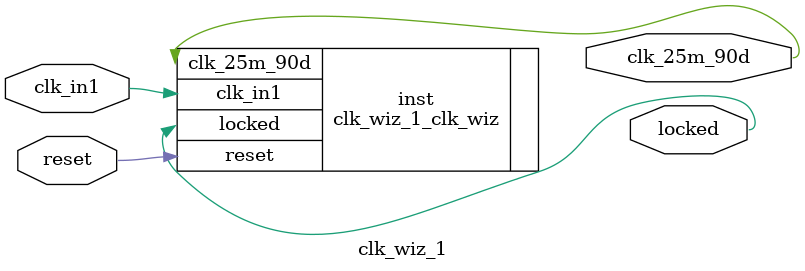
<source format=v>


`timescale 1ps/1ps

(* CORE_GENERATION_INFO = "clk_wiz_1,clk_wiz_v6_0_11_0_0,{component_name=clk_wiz_1,use_phase_alignment=true,use_min_o_jitter=false,use_max_i_jitter=false,use_dyn_phase_shift=false,use_inclk_switchover=false,use_dyn_reconfig=false,enable_axi=0,feedback_source=FDBK_AUTO,PRIMITIVE=MMCM,num_out_clk=1,clkin1_period=40.000,clkin2_period=10.0,use_power_down=false,use_reset=true,use_locked=true,use_inclk_stopped=false,feedback_type=SINGLE,CLOCK_MGR_TYPE=NA,manual_override=false}" *)

module clk_wiz_1 
 (
  // Clock out ports
  output        clk_25m_90d,
  // Status and control signals
  input         reset,
  output        locked,
 // Clock in ports
  input         clk_in1
 );

  clk_wiz_1_clk_wiz inst
  (
  // Clock out ports  
  .clk_25m_90d(clk_25m_90d),
  // Status and control signals               
  .reset(reset), 
  .locked(locked),
 // Clock in ports
  .clk_in1(clk_in1)
  );

endmodule

</source>
